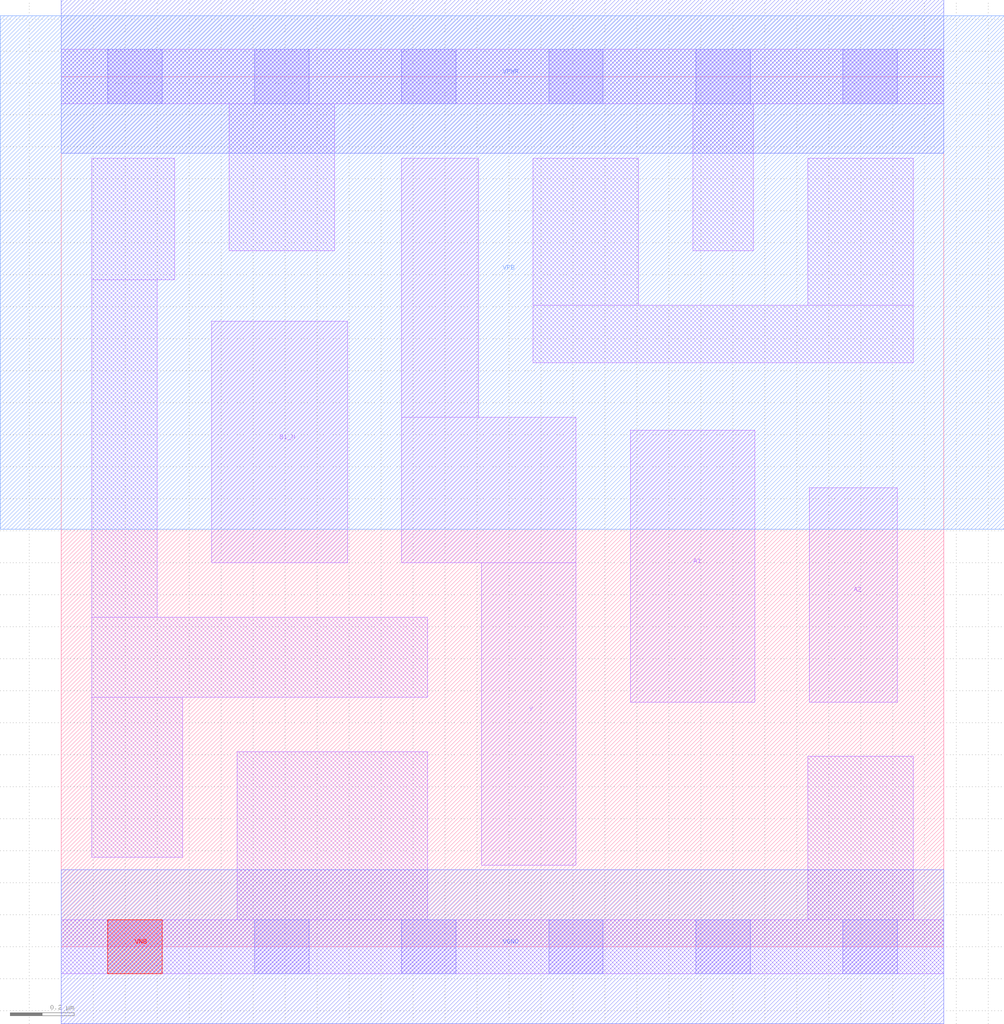
<source format=lef>
# Copyright 2020 The SkyWater PDK Authors
#
# Licensed under the Apache License, Version 2.0 (the "License");
# you may not use this file except in compliance with the License.
# You may obtain a copy of the License at
#
#     https://www.apache.org/licenses/LICENSE-2.0
#
# Unless required by applicable law or agreed to in writing, software
# distributed under the License is distributed on an "AS IS" BASIS,
# WITHOUT WARRANTIES OR CONDITIONS OF ANY KIND, either express or implied.
# See the License for the specific language governing permissions and
# limitations under the License.
#
# SPDX-License-Identifier: Apache-2.0

VERSION 5.7 ;
  NOWIREEXTENSIONATPIN ON ;
  DIVIDERCHAR "/" ;
  BUSBITCHARS "[]" ;
MACRO sky130_fd_sc_hd__a21boi_0
  CLASS CORE ;
  FOREIGN sky130_fd_sc_hd__a21boi_0 ;
  ORIGIN  0.000000  0.000000 ;
  SIZE  2.760000 BY  2.720000 ;
  SYMMETRY X Y R90 ;
  SITE unithd ;
  PIN A1
    ANTENNAGATEAREA  0.159000 ;
    DIRECTION INPUT ;
    USE SIGNAL ;
    PORT
      LAYER li1 ;
        RECT 1.780000 0.765000 2.170000 1.615000 ;
    END
  END A1
  PIN A2
    ANTENNAGATEAREA  0.159000 ;
    DIRECTION INPUT ;
    USE SIGNAL ;
    PORT
      LAYER li1 ;
        RECT 2.340000 0.765000 2.615000 1.435000 ;
    END
  END A2
  PIN B1_N
    ANTENNAGATEAREA  0.126000 ;
    DIRECTION INPUT ;
    USE SIGNAL ;
    PORT
      LAYER li1 ;
        RECT 0.470000 1.200000 0.895000 1.955000 ;
    END
  END B1_N
  PIN VNB
    PORT
      LAYER pwell ;
        RECT 0.145000 -0.085000 0.315000 0.085000 ;
    END
  END VNB
  PIN VPB
    PORT
      LAYER nwell ;
        RECT -0.190000 1.305000 2.950000 2.910000 ;
    END
  END VPB
  PIN Y
    ANTENNADIFFAREA  0.392200 ;
    DIRECTION OUTPUT ;
    USE SIGNAL ;
    PORT
      LAYER li1 ;
        RECT 1.065000 1.200000 1.610000 1.655000 ;
        RECT 1.065000 1.655000 1.305000 2.465000 ;
        RECT 1.315000 0.255000 1.610000 1.200000 ;
    END
  END Y
  PIN VGND
    DIRECTION INOUT ;
    SHAPE ABUTMENT ;
    USE GROUND ;
    PORT
      LAYER met1 ;
        RECT 0.000000 -0.240000 2.760000 0.240000 ;
    END
  END VGND
  PIN VPWR
    DIRECTION INOUT ;
    SHAPE ABUTMENT ;
    USE POWER ;
    PORT
      LAYER met1 ;
        RECT 0.000000 2.480000 2.760000 2.960000 ;
    END
  END VPWR
  OBS
    LAYER li1 ;
      RECT 0.000000 -0.085000 2.760000 0.085000 ;
      RECT 0.000000  2.635000 2.760000 2.805000 ;
      RECT 0.095000  0.280000 0.380000 0.780000 ;
      RECT 0.095000  0.780000 1.145000 1.030000 ;
      RECT 0.095000  1.030000 0.300000 2.085000 ;
      RECT 0.095000  2.085000 0.355000 2.465000 ;
      RECT 0.525000  2.175000 0.855000 2.635000 ;
      RECT 0.550000  0.085000 1.145000 0.610000 ;
      RECT 1.475000  1.825000 2.665000 2.005000 ;
      RECT 1.475000  2.005000 1.805000 2.465000 ;
      RECT 1.975000  2.175000 2.165000 2.635000 ;
      RECT 2.335000  0.085000 2.665000 0.595000 ;
      RECT 2.335000  2.005000 2.665000 2.465000 ;
    LAYER mcon ;
      RECT 0.145000 -0.085000 0.315000 0.085000 ;
      RECT 0.145000  2.635000 0.315000 2.805000 ;
      RECT 0.605000 -0.085000 0.775000 0.085000 ;
      RECT 0.605000  2.635000 0.775000 2.805000 ;
      RECT 1.065000 -0.085000 1.235000 0.085000 ;
      RECT 1.065000  2.635000 1.235000 2.805000 ;
      RECT 1.525000 -0.085000 1.695000 0.085000 ;
      RECT 1.525000  2.635000 1.695000 2.805000 ;
      RECT 1.985000 -0.085000 2.155000 0.085000 ;
      RECT 1.985000  2.635000 2.155000 2.805000 ;
      RECT 2.445000 -0.085000 2.615000 0.085000 ;
      RECT 2.445000  2.635000 2.615000 2.805000 ;
  END
END sky130_fd_sc_hd__a21boi_0
END LIBRARY

</source>
